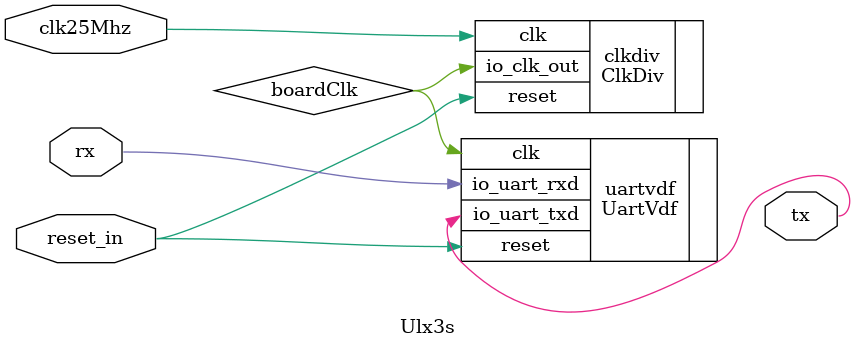
<source format=v>
module Ulx3s (reset_in,
              clk25Mhz,
              tx,
              rx);

    // Input ports
    input reset_in;
    input clk25Mhz;
    input rx;

    // Output ports
    output tx;

    // Clock generation
    wire boardClk;

    // Instantiate a PLL to make a 10Mhz clock
    ClkDiv clkdiv (.io_clk_out     (boardClk),
                   .clk            (clk25Mhz),
                   .reset          (reset_in));

    // Instantiate the blinky module generated by Spinal
    UartVdf uartvdf (.io_uart_txd        (tx),
                     .io_uart_rxd        (rx),
                     .clk                (boardClk),
                     .reset              (reset_in));
endmodule

</source>
